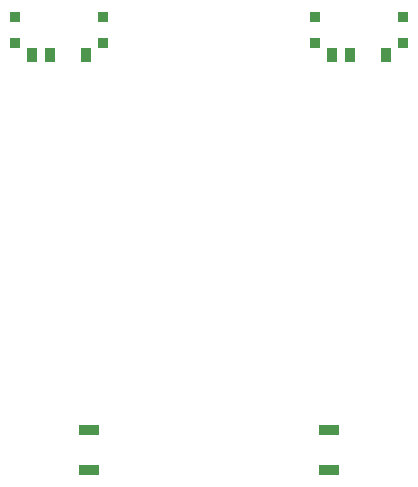
<source format=gbr>
%TF.GenerationSoftware,KiCad,Pcbnew,9.0.0*%
%TF.CreationDate,2025-11-03T18:10:33-06:00*%
%TF.ProjectId,Mau Keys,4d617520-4b65-4797-932e-6b696361645f,rev?*%
%TF.SameCoordinates,Original*%
%TF.FileFunction,Paste,Top*%
%TF.FilePolarity,Positive*%
%FSLAX46Y46*%
G04 Gerber Fmt 4.6, Leading zero omitted, Abs format (unit mm)*
G04 Created by KiCad (PCBNEW 9.0.0) date 2025-11-03 18:10:33*
%MOMM*%
%LPD*%
G01*
G04 APERTURE LIST*
%ADD10R,1.700000X0.900000*%
%ADD11R,0.900000X0.900000*%
%ADD12R,0.900000X1.250000*%
G04 APERTURE END LIST*
D10*
%TO.C,RSW2*%
X162560000Y-103300000D03*
X162560000Y-99900000D03*
%TD*%
%TO.C,RSW1*%
X142240000Y-103300000D03*
X142240000Y-99900000D03*
%TD*%
D11*
%TO.C,SW_POWER2*%
X161405000Y-64945000D03*
X161405000Y-67145000D03*
X168805000Y-64945000D03*
X168805000Y-67145000D03*
D12*
X167355000Y-68120000D03*
X164355000Y-68120000D03*
X162855000Y-68120000D03*
%TD*%
D11*
%TO.C,SW_POWER1*%
X136000000Y-64940000D03*
X136000000Y-67140000D03*
X143400000Y-64940000D03*
X143400000Y-67140000D03*
D12*
X141950000Y-68115000D03*
X138950000Y-68115000D03*
X137450000Y-68115000D03*
%TD*%
M02*

</source>
